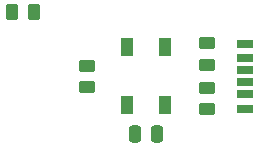
<source format=gtp>
G04 #@! TF.GenerationSoftware,KiCad,Pcbnew,9.0.2*
G04 #@! TF.CreationDate,2025-06-21T10:43:41+02:00*
G04 #@! TF.ProjectId,conndom,636f6e6e-646f-46d2-9e6b-696361645f70,0.2*
G04 #@! TF.SameCoordinates,Original*
G04 #@! TF.FileFunction,Paste,Top*
G04 #@! TF.FilePolarity,Positive*
%FSLAX46Y46*%
G04 Gerber Fmt 4.6, Leading zero omitted, Abs format (unit mm)*
G04 Created by KiCad (PCBNEW 9.0.2) date 2025-06-21 10:43:41*
%MOMM*%
%LPD*%
G01*
G04 APERTURE LIST*
G04 Aperture macros list*
%AMRoundRect*
0 Rectangle with rounded corners*
0 $1 Rounding radius*
0 $2 $3 $4 $5 $6 $7 $8 $9 X,Y pos of 4 corners*
0 Add a 4 corners polygon primitive as box body*
4,1,4,$2,$3,$4,$5,$6,$7,$8,$9,$2,$3,0*
0 Add four circle primitives for the rounded corners*
1,1,$1+$1,$2,$3*
1,1,$1+$1,$4,$5*
1,1,$1+$1,$6,$7*
1,1,$1+$1,$8,$9*
0 Add four rect primitives between the rounded corners*
20,1,$1+$1,$2,$3,$4,$5,0*
20,1,$1+$1,$4,$5,$6,$7,0*
20,1,$1+$1,$6,$7,$8,$9,0*
20,1,$1+$1,$8,$9,$2,$3,0*%
G04 Aperture macros list end*
%ADD10RoundRect,0.250000X0.450000X-0.262500X0.450000X0.262500X-0.450000X0.262500X-0.450000X-0.262500X0*%
%ADD11RoundRect,0.250000X0.262500X0.450000X-0.262500X0.450000X-0.262500X-0.450000X0.262500X-0.450000X0*%
%ADD12R,1.400000X0.700000*%
%ADD13R,1.400000X0.760000*%
%ADD14R,1.400000X0.800000*%
%ADD15RoundRect,0.250000X0.250000X0.475000X-0.250000X0.475000X-0.250000X-0.475000X0.250000X-0.475000X0*%
%ADD16RoundRect,0.250000X-0.450000X0.262500X-0.450000X-0.262500X0.450000X-0.262500X0.450000X0.262500X0*%
%ADD17R,1.000000X1.500000*%
G04 APERTURE END LIST*
D10*
X176900000Y-86025000D03*
X176900000Y-84200000D03*
D11*
X162212500Y-81550000D03*
X160387500Y-81550000D03*
D12*
X180110000Y-87500000D03*
D13*
X180110000Y-85480000D03*
D14*
X180110000Y-84250000D03*
D12*
X180110000Y-86500000D03*
D13*
X180110000Y-88520000D03*
D14*
X180110000Y-89750000D03*
D15*
X172650000Y-91900000D03*
X170750000Y-91900000D03*
D16*
X176900000Y-87975000D03*
X176900000Y-89800000D03*
X166750000Y-86125000D03*
X166750000Y-87950000D03*
D17*
X173344500Y-84550000D03*
X170144500Y-84550000D03*
X170144500Y-89450000D03*
X173344500Y-89450000D03*
M02*

</source>
